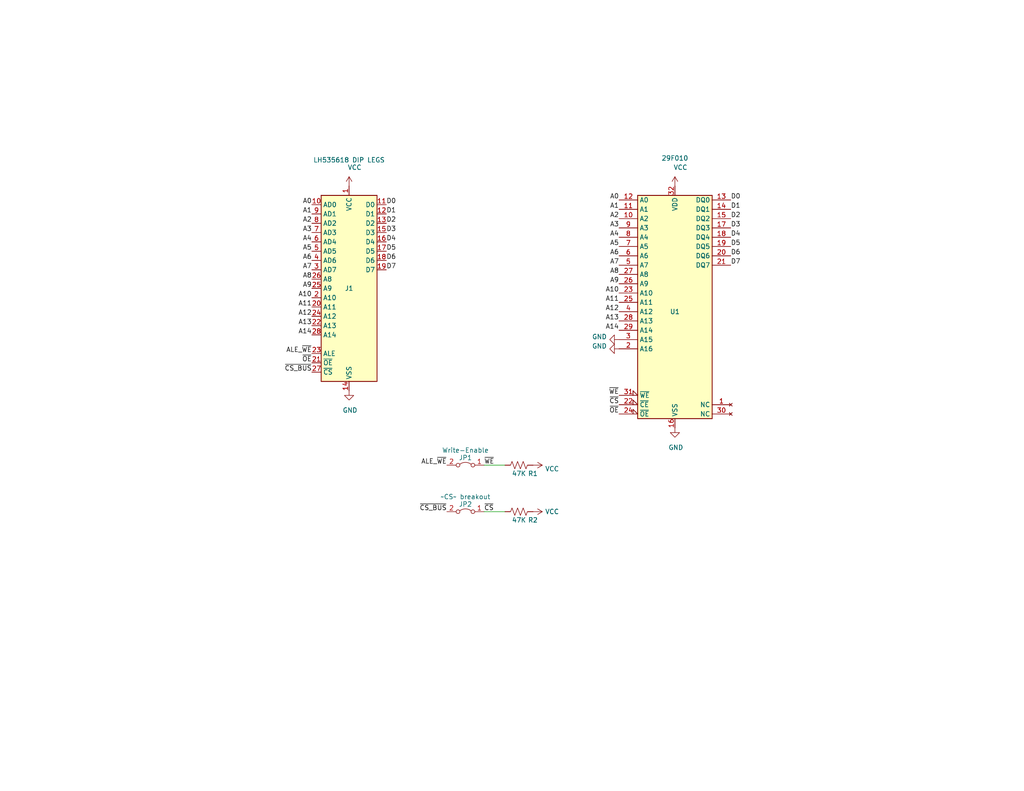
<source format=kicad_sch>
(kicad_sch (version 20211123) (generator eeschema)
  (paper "USLetter")
  (title_block (title "FlashROM_100") (date "2021-03-07") (rev "002") (company "Brian K. White - b.kenyon.w@gmail.com") (comment 1 "TRS-80 Model 100 system rom with suport for REX main rom feature"))
  (lib_symbols
    (symbol "000_LOCAL:Jumper_2_Bridged" (pin_names (offset 0) hide)
      (property "Reference" "JP" (at 0 1.905 0))
      (property "Value" "Jumper_2_Bridged" (at 0 -2.54 0))
      (symbol "Jumper_2_Bridged_0_0"
        (circle (center -2.032 0) (radius 0.508))
        (circle (center 2.032 0) (radius 0.508))
      )
      (symbol "Jumper_2_Bridged_0_1"
        (arc (start 1.524 0.254) (mid 0 0.762) (end -1.524 0.254))
      )
      (symbol "Jumper_2_Bridged_1_1"
        (pin passive line (at -5.08 0 0) (length 2.54) (name "A") (number "1"))
        (pin passive line (at 5.08 0 180) (length 2.54) (name "B") (number "2"))
      )
    )
    (symbol "000_LOCAL:LH535618"
      (property "Reference" "U" (at -7.62 26.67 0))
      (property "Value" "LH535618" (at 2.54 -26.67 0))
      (symbol "LH535618_1_1"
        (rectangle (start -7.62 25.4) (end 7.62 -25.4) (stroke (width 0.254)) (fill (type background)))
        (pin power_in line (at 0 27.94 270) (length 2.54) (name "VCC") (number "1"))
        (pin input line (at -10.16 22.86 0) (length 2.54) (name "AD0") (number "10"))
        (pin tri_state line (at 10.16 22.86 180) (length 2.54) (name "D0") (number "11"))
        (pin tri_state line (at 10.16 20.32 180) (length 2.54) (name "D1") (number "12"))
        (pin tri_state line (at 10.16 17.78 180) (length 2.54) (name "D2") (number "13"))
        (pin power_in line (at 0 -27.94 90) (length 2.54) (name "VSS") (number "14"))
        (pin tri_state line (at 10.16 15.24 180) (length 2.54) (name "D3") (number "15"))
        (pin tri_state line (at 10.16 12.7 180) (length 2.54) (name "D4") (number "16"))
        (pin tri_state line (at 10.16 10.16 180) (length 2.54) (name "D5") (number "17"))
        (pin tri_state line (at 10.16 7.62 180) (length 2.54) (name "D6") (number "18"))
        (pin tri_state line (at 10.16 5.08 180) (length 2.54) (name "D7") (number "19"))
        (pin input line (at -10.16 -2.54 0) (length 2.54) (name "A10") (number "2"))
        (pin input line (at -10.16 -5.08 0) (length 2.54) (name "A11") (number "20"))
        (pin input line (at -10.16 -20.32 0) (length 2.54) (name "~{OE}") (number "21"))
        (pin input line (at -10.16 -10.16 0) (length 2.54) (name "A13") (number "22"))
        (pin input line (at -10.16 -17.78 0) (length 2.54) (name "ALE") (number "23"))
        (pin input line (at -10.16 -7.62 0) (length 2.54) (name "A12") (number "24"))
        (pin input line (at -10.16 0 0) (length 2.54) (name "A9") (number "25"))
        (pin input line (at -10.16 2.54 0) (length 2.54) (name "A8") (number "26"))
        (pin input line (at -10.16 -22.86 0) (length 2.54) (name "~{CS}") (number "27"))
        (pin input line (at -10.16 -12.7 0) (length 2.54) (name "A14") (number "28"))
        (pin input line (at -10.16 5.08 0) (length 2.54) (name "AD7") (number "3"))
        (pin input line (at -10.16 7.62 0) (length 2.54) (name "AD6") (number "4"))
        (pin input line (at -10.16 10.16 0) (length 2.54) (name "AD5") (number "5"))
        (pin input line (at -10.16 12.7 0) (length 2.54) (name "AD4") (number "6"))
        (pin input line (at -10.16 15.24 0) (length 2.54) (name "AD3") (number "7"))
        (pin input line (at -10.16 17.78 0) (length 2.54) (name "AD2") (number "8"))
        (pin input line (at -10.16 20.32 0) (length 2.54) (name "AD1") (number "9"))
      )
    )
    (symbol "000_LOCAL:R_US" (pin_numbers hide) (pin_names (offset 0))
      (property "Reference" "R" (at 2.54 0 90))
      (property "Value" "R_US" (at -2.54 0 90))
      (symbol "R_US_0_1"
        (polyline (pts (xy 0 -2.286) (xy 0 -2.54)))
        (polyline (pts (xy 0 2.286) (xy 0 2.54)))
        (polyline (pts (xy 0 -0.762) (xy 1.016 -1.143) (xy 0 -1.524) (xy -1.016 -1.905) (xy 0 -2.286)))
        (polyline (pts (xy 0 0.762) (xy 1.016 0.381) (xy 0 0) (xy -1.016 -0.381) (xy 0 -0.762)))
        (polyline (pts (xy 0 2.286) (xy 1.016 1.905) (xy 0 1.524) (xy -1.016 1.143) (xy 0 0.762)))
      )
      (symbol "R_US_1_1"
        (pin passive line (at 0 3.81 270) (length 1.27) (name "~") (number "1"))
        (pin passive line (at 0 -3.81 90) (length 1.27) (name "~") (number "2"))
      )
    )
    (symbol "000_LOCAL:SST39SF010_PLCC"
      (property "Reference" "U" (at 2.54 33.02 0))
      (property "Value" "SST39SF010_PLCC" (at 0 -30.48 0))
      (symbol "SST39SF010_PLCC_0_0"
        (pin power_in line (at 0 -31.75 90) (length 2.54) (name "VSS") (number "16"))
        (pin power_in line (at 0 34.29 270) (length 2.54) (name "VDD") (number "32"))
      )
      (symbol "SST39SF010_PLCC_0_1"
        (rectangle (start -10.16 31.75) (end 10.16 -29.21) (stroke (width 0.254)) (fill (type background)))
      )
      (symbol "SST39SF010_PLCC_1_1"
        (pin no_connect line (at 15.24 -25.4 180) (length 5.08) (name "NC") (number "1"))
        (pin input line (at -15.24 25.4 0) (length 5.08) (name "A2") (number "10"))
        (pin input line (at -15.24 27.94 0) (length 5.08) (name "A1") (number "11"))
        (pin input line (at -15.24 30.48 0) (length 5.08) (name "A0") (number "12"))
        (pin tri_state line (at 15.24 30.48 180) (length 5.08) (name "DQ0") (number "13"))
        (pin tri_state line (at 15.24 27.94 180) (length 5.08) (name "DQ1") (number "14"))
        (pin tri_state line (at 15.24 25.4 180) (length 5.08) (name "DQ2") (number "15"))
        (pin tri_state line (at 15.24 22.86 180) (length 5.08) (name "DQ3") (number "17"))
        (pin tri_state line (at 15.24 20.32 180) (length 5.08) (name "DQ4") (number "18"))
        (pin tri_state line (at 15.24 17.78 180) (length 5.08) (name "DQ5") (number "19"))
        (pin input line (at -15.24 -10.16 0) (length 5.08) (name "A16") (number "2"))
        (pin tri_state line (at 15.24 15.24 180) (length 5.08) (name "DQ6") (number "20"))
        (pin tri_state line (at 15.24 12.7 180) (length 5.08) (name "DQ7") (number "21"))
        (pin input input_low (at -15.24 -25.4 0) (length 5.08) (name "~{CE}") (number "22"))
        (pin input line (at -15.24 5.08 0) (length 5.08) (name "A10") (number "23"))
        (pin input input_low (at -15.24 -27.94 0) (length 5.08) (name "~{OE}") (number "24"))
        (pin input line (at -15.24 2.54 0) (length 5.08) (name "A11") (number "25"))
        (pin input line (at -15.24 7.62 0) (length 5.08) (name "A9") (number "26"))
        (pin input line (at -15.24 10.16 0) (length 5.08) (name "A8") (number "27"))
        (pin input line (at -15.24 -2.54 0) (length 5.08) (name "A13") (number "28"))
        (pin input line (at -15.24 -5.08 0) (length 5.08) (name "A14") (number "29"))
        (pin input line (at -15.24 -7.62 0) (length 5.08) (name "A15") (number "3"))
        (pin no_connect line (at 15.24 -27.94 180) (length 5.08) (name "NC") (number "30"))
        (pin input input_low (at -15.24 -22.86 0) (length 5.08) (name "~{WE}") (number "31"))
        (pin input line (at -15.24 0 0) (length 5.08) (name "A12") (number "4"))
        (pin input line (at -15.24 12.7 0) (length 5.08) (name "A7") (number "5"))
        (pin input line (at -15.24 15.24 0) (length 5.08) (name "A6") (number "6"))
        (pin input line (at -15.24 17.78 0) (length 5.08) (name "A5") (number "7"))
        (pin input line (at -15.24 20.32 0) (length 5.08) (name "A4") (number "8"))
        (pin input line (at -15.24 22.86 0) (length 5.08) (name "A3") (number "9"))
      )
    )
    (symbol "power:GND" (power) (pin_names (offset 0))
      (property "Value" "GND" (at 0 -3.81 0))
      (symbol "GND_0_1"
        (polyline (pts (xy 0 0) (xy 0 -1.27) (xy 1.27 -1.27) (xy 0 -2.54) (xy -1.27 -1.27) (xy 0 -1.27)))
      )
      (symbol "GND_1_1"
        (pin power_in line (at 0 0 270) (length 0) hide (name "GND") (number "1"))
      )
    )
    (symbol "power:VCC" (power) (pin_names (offset 0))
      (property "Value" "VCC" (at 0 3.81 0))
      (symbol "VCC_0_1"
        (polyline (pts (xy -0.762 1.27) (xy 0 2.54)))
        (polyline (pts (xy 0 0) (xy 0 2.54)))
        (polyline (pts (xy 0 2.54) (xy 0.762 1.27)))
      )
      (symbol "VCC_1_1"
        (pin power_in line (at 0 0 90) (length 0) hide (name "VCC") (number "1"))
      )
    )
  )
  (wire (pts (xy 137.795 139.7) (xy 132.08 139.7)))
  (wire (pts (xy 137.795 127) (xy 132.08 127)))
  (label "D1" (at 199.39 57.15 0))
  (label "D5" (at 199.39 67.31 0))
  (label "D5" (at 105.41 68.58 0))
  (label "A13" (at 85.09 88.9 180))
  (label "D4" (at 105.41 66.04 0))
  (label "~{CS}" (at 168.91 110.49 180))
  (label "D1" (at 105.41 58.42 0))
  (label "D7" (at 199.39 72.39 0))
  (label "D4" (at 199.39 64.77 0))
  (label "ALE_~{WE}" (at 121.92 127 180))
  (label "D2" (at 199.39 59.69 0))
  (label "A0" (at 168.91 54.61 180))
  (label "A6" (at 168.91 69.85 180))
  (label "A9" (at 85.09 78.74 180))
  (label "A6" (at 85.09 71.12 180))
  (label "A1" (at 168.91 57.15 180))
  (label "D7" (at 105.41 73.66 0))
  (label "A12" (at 168.91 85.09 180))
  (label "~{OE}" (at 85.09 99.06 180))
  (label "A2" (at 168.91 59.69 180))
  (label "ALE_~{WE}" (at 85.09 96.52 180))
  (label "A1" (at 85.09 58.42 180))
  (label "A14" (at 168.91 90.17 180))
  (label "~{CS_BUS}" (at 121.92 139.7 180))
  (label "D6" (at 105.41 71.12 0))
  (label "A5" (at 168.91 67.31 180))
  (label "D0" (at 199.39 54.61 0))
  (label "~{CS_BUS}" (at 85.09 101.6 180))
  (label "~{WE}" (at 168.91 107.95 180))
  (label "A3" (at 85.09 63.5 180))
  (label "A14" (at 85.09 91.44 180))
  (label "A11" (at 85.09 83.82 180))
  (label "A5" (at 85.09 68.58 180))
  (label "A0" (at 85.09 55.88 180))
  (label "A2" (at 85.09 60.96 180))
  (label "A10" (at 168.91 80.01 180))
  (label "A13" (at 168.91 87.63 180))
  (label "D3" (at 199.39 62.23 0))
  (label "~{WE}" (at 132.08 127 0))
  (label "A8" (at 85.09 76.2 180))
  (label "A9" (at 168.91 77.47 180))
  (label "D6" (at 199.39 69.85 0))
  (label "D3" (at 105.41 63.5 0))
  (label "~{CS}" (at 132.08 139.7 0))
  (label "D2" (at 105.41 60.96 0))
  (label "D0" (at 105.41 55.88 0))
  (label "A4" (at 168.91 64.77 180))
  (label "A11" (at 168.91 82.55 180))
  (label "A4" (at 85.09 66.04 180))
  (label "~{OE}" (at 168.91 113.03 180))
  (label "A7" (at 168.91 72.39 180))
  (label "A3" (at 168.91 62.23 180))
  (label "A8" (at 168.91 74.93 180))
  (label "A7" (at 85.09 73.66 180))
  (label "A12" (at 85.09 86.36 180))
  (label "A10" (at 85.09 81.28 180))
  (symbol (lib_id "000_LOCAL:SST39SF010_PLCC") (at 184.15 85.09 0) (unit 1)
    (property "Reference" "U1" (at 184.15 85.09 0))
    (property "Value" "29F010" (at 184.15 43.18 0))
    (property "Footprint" "000_LOCAL:PLCC32_7x9" (effects hide))
    (property "Datasheet" "http://ww1.microchip.com/downloads/en/DeviceDoc/doc0006.pdf" (effects hide))
  )
  (symbol (lib_id "000_LOCAL:LH535618") (at 95.25 78.74 0) (unit 1)
    (property "Reference" "J1" (at 95.25 78.74 0))
    (property "Value" "LH535618 DIP LEGS" (at 95.25 43.688 0))
    (property "Footprint" "000_LOCAL:DIP28_0.6_pcb" (effects hide))
    (property "Datasheet" "http://ww1.microchip.com/downloads/en/DeviceDoc/doc0014.pdf" (effects hide))
  )
  (symbol (lib_id "000_LOCAL:Jumper_2_Bridged") (at 127 139.7 0) (mirror y) (unit 1)
    (property "Reference" "JP2" (at 127 137.668 0))
    (property "Value" "~CS~ breakout" (at 127 135.636 0))
    (property "Footprint" "000_LOCAL:Pin_Header_Angled_1x02_Pitch2.54mm" (effects hide))
  )
  (symbol (lib_id "000_LOCAL:R_US") (at 141.605 139.7 90) (unit 1)
    (property "Reference" "R2" (at 145.415 141.986 90))
    (property "Value" "47K" (at 141.605 141.986 90))
    (property "Footprint" "000_LOCAL:R_0805" (effects hide))
  )
  (symbol (lib_id "000_LOCAL:R_US") (at 141.605 127 90) (unit 1)
    (property "Reference" "R1" (at 145.415 129.286 90))
    (property "Value" "47K" (at 141.605 129.286 90))
    (property "Footprint" "000_LOCAL:R_0805" (effects hide))
  )
  (symbol (lib_id "power:VCC") (at 184.15 50.8 0) (unit 1)
    (property "Reference" "#PWR0101" (effects hide))
    (property "Value" "VCC" (at 185.674 45.72 0))
  )
  (symbol (lib_id "power:VCC") (at 95.25 50.8 0) (unit 1)
    (property "Reference" "#PWR0102" (effects hide))
    (property "Value" "VCC" (at 96.774 45.72 0))
  )
  (symbol (lib_id "power:VCC") (at 145.415 139.7 270) (unit 1)
    (property "Reference" "#PWR0103" (effects hide))
    (property "Value" "VCC" (at 148.717 139.7 90) (effects (justify left)))
  )
  (symbol (lib_id "power:VCC") (at 145.415 127 270) (unit 1)
    (property "Reference" "#PWR0104" (effects hide))
    (property "Value" "VCC" (at 148.717 128.016 90) (effects (justify left)))
  )
  (symbol (lib_id "power:GND") (at 184.15 116.84 0) (unit 1)
    (property "Reference" "#PWR0105" (effects hide))
    (property "Value" "GND" (at 184.404 122.174 0))
  )
  (symbol (lib_id "power:GND") (at 95.25 106.68 0) (unit 1)
    (property "Reference" "#PWR0106" (effects hide))
    (property "Value" "GND" (at 95.504 112.014 0))
  )
  (symbol (lib_id "power:GND") (at 168.91 92.71 270) (unit 1)
    (property "Reference" "#PWR0107" (effects hide))
    (property "Value" "GND" (at 165.608 91.948 90) (effects (justify right)))
  )
  (symbol (lib_id "power:GND") (at 168.91 95.25 270) (unit 1)
    (property "Reference" "#PWR0108" (effects hide))
    (property "Value" "GND" (at 165.608 94.488 90) (effects (justify right)))
  )
  (symbol (lib_id "000_LOCAL:Jumper_2_Bridged") (at 127 127 0) (mirror y) (unit 1)
    (property "Reference" "JP1" (at 127 124.968 0))
    (property "Value" "Write-Enable" (at 127 122.936 0))
    (property "Footprint" "000_LOCAL:Pin_Header_Angled_1x02_Pitch2.54mm" (effects hide))
  )
)
</source>
